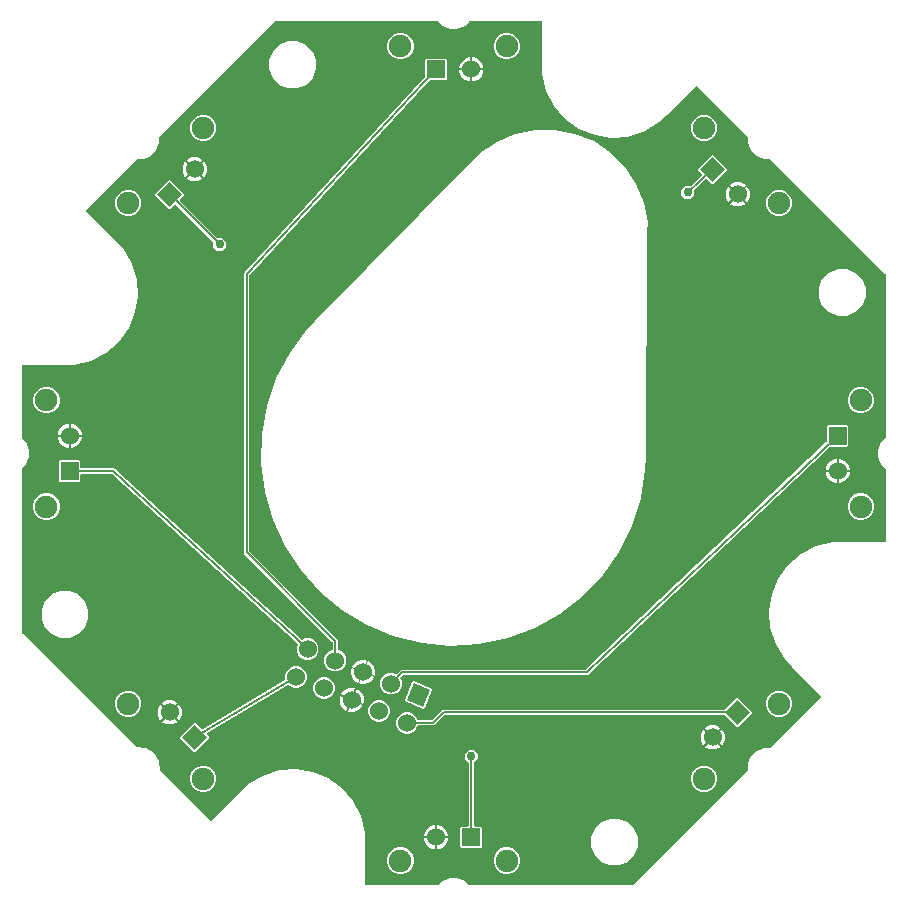
<source format=gbr>
G04 EAGLE Gerber RS-274X export*
G75*
%MOMM*%
%FSLAX34Y34*%
%LPD*%
%INTop Copper*%
%IPPOS*%
%AMOC8*
5,1,8,0,0,1.08239X$1,22.5*%
G01*
G04 Define Apertures*
%ADD10R,1.530000X1.530000*%
%ADD11C,1.530000*%
%ADD12R,1.530000X1.530000*%
%ADD13C,1.905000*%
%ADD14C,0.152400*%
%ADD15C,0.756400*%
G36*
X-13207Y-365700D02*
X-13504Y-365760D01*
X-74336Y-365760D01*
X-74610Y-365709D01*
X-74866Y-365545D01*
X-75037Y-365295D01*
X-75098Y-364998D01*
X-75098Y-321257D01*
X-78466Y-307226D01*
X-85017Y-294368D01*
X-94389Y-283396D01*
X-106063Y-274914D01*
X-119395Y-269392D01*
X-133648Y-267134D01*
X-148033Y-268266D01*
X-161757Y-272726D01*
X-174061Y-280265D01*
X-179163Y-285367D01*
X-180699Y-286903D01*
X-204991Y-311195D01*
X-205221Y-311353D01*
X-205517Y-311418D01*
X-205815Y-311362D01*
X-206068Y-311195D01*
X-248795Y-268468D01*
X-248937Y-268270D01*
X-249017Y-267978D01*
X-248984Y-267741D01*
X-249831Y-260222D01*
X-253841Y-253841D01*
X-260222Y-249831D01*
X-267732Y-248985D01*
X-267917Y-249018D01*
X-268215Y-248963D01*
X-268468Y-248795D01*
X-365537Y-151726D01*
X-365700Y-151484D01*
X-365760Y-151187D01*
X-365760Y-13504D01*
X-365704Y-13218D01*
X-365537Y-12966D01*
X-361924Y-9352D01*
X-359410Y-3284D01*
X-359410Y3284D01*
X-361924Y9352D01*
X-365537Y12966D01*
X-365700Y13207D01*
X-365760Y13504D01*
X-365760Y74336D01*
X-365709Y74610D01*
X-365545Y74866D01*
X-365295Y75037D01*
X-364998Y75098D01*
X-321257Y75098D01*
X-307226Y78466D01*
X-294368Y85017D01*
X-283396Y94389D01*
X-274914Y106063D01*
X-269392Y119395D01*
X-267134Y133648D01*
X-268266Y148033D01*
X-272726Y161757D01*
X-280265Y174061D01*
X-285367Y179163D01*
X-286502Y180297D01*
X-311195Y204991D01*
X-311353Y205221D01*
X-311418Y205517D01*
X-311362Y205815D01*
X-311195Y206068D01*
X-268180Y249082D01*
X-267939Y249245D01*
X-267642Y249306D01*
X-262532Y249306D01*
X-256463Y251819D01*
X-251819Y256463D01*
X-249306Y262532D01*
X-249306Y267642D01*
X-249250Y267927D01*
X-249082Y268180D01*
X-151726Y365537D01*
X-151484Y365700D01*
X-151187Y365760D01*
X-13504Y365760D01*
X-13218Y365704D01*
X-12966Y365537D01*
X-9352Y361924D01*
X-3284Y359410D01*
X3284Y359410D01*
X9352Y361924D01*
X12966Y365537D01*
X13207Y365700D01*
X13504Y365760D01*
X74336Y365760D01*
X74610Y365709D01*
X74866Y365545D01*
X75037Y365295D01*
X75098Y364998D01*
X75098Y321257D01*
X78466Y307226D01*
X85017Y294368D01*
X94389Y283396D01*
X106063Y274914D01*
X119395Y269392D01*
X133648Y267134D01*
X148033Y268266D01*
X161757Y272726D01*
X174061Y280265D01*
X179163Y285367D01*
X180575Y286780D01*
X204991Y311195D01*
X205221Y311353D01*
X205517Y311418D01*
X205815Y311362D01*
X206068Y311195D01*
X249082Y268180D01*
X249245Y267939D01*
X249306Y267642D01*
X249306Y262532D01*
X251819Y256463D01*
X256463Y251819D01*
X262532Y249306D01*
X267642Y249306D01*
X267927Y249250D01*
X268180Y249082D01*
X365537Y151726D01*
X365700Y151484D01*
X365760Y151187D01*
X365760Y13504D01*
X365704Y13218D01*
X365537Y12966D01*
X361924Y9352D01*
X359410Y3284D01*
X359410Y-3284D01*
X361924Y-9352D01*
X365537Y-12966D01*
X365700Y-13207D01*
X365760Y-13504D01*
X365760Y-74336D01*
X365709Y-74610D01*
X365545Y-74866D01*
X365295Y-75037D01*
X364998Y-75098D01*
X321257Y-75098D01*
X307226Y-78466D01*
X294368Y-85017D01*
X283396Y-94389D01*
X274914Y-106063D01*
X269392Y-119395D01*
X267134Y-133648D01*
X268266Y-148033D01*
X272726Y-161757D01*
X280265Y-174061D01*
X285367Y-179163D01*
X286903Y-180699D01*
X311195Y-204991D01*
X311353Y-205221D01*
X311418Y-205517D01*
X311362Y-205815D01*
X311195Y-206068D01*
X268180Y-249082D01*
X267939Y-249245D01*
X267642Y-249306D01*
X262532Y-249306D01*
X256463Y-251819D01*
X251819Y-256463D01*
X249306Y-262532D01*
X249306Y-267642D01*
X249250Y-267927D01*
X249082Y-268180D01*
X151726Y-365537D01*
X151484Y-365700D01*
X151187Y-365760D01*
X13504Y-365760D01*
X13218Y-365704D01*
X12966Y-365537D01*
X9352Y-361924D01*
X3284Y-359410D01*
X-3284Y-359410D01*
X-9352Y-361924D01*
X-12966Y-365537D01*
X-13207Y-365700D01*
G37*
%LPC*%
G36*
X-47198Y333671D02*
X-42802Y333671D01*
X-38741Y335353D01*
X-35633Y338461D01*
X-33951Y342522D01*
X-33951Y346918D01*
X-35633Y350979D01*
X-38741Y354087D01*
X-42802Y355769D01*
X-47198Y355769D01*
X-51259Y354087D01*
X-54367Y350979D01*
X-56049Y346918D01*
X-56049Y342522D01*
X-54367Y338461D01*
X-51259Y335353D01*
X-47198Y333671D01*
G37*
G36*
X42802Y333671D02*
X47198Y333671D01*
X51259Y335353D01*
X54367Y338461D01*
X56049Y342522D01*
X56049Y346918D01*
X54367Y350979D01*
X51259Y354087D01*
X47198Y355769D01*
X42802Y355769D01*
X38741Y354087D01*
X35633Y350979D01*
X33951Y346918D01*
X33951Y342522D01*
X35633Y338461D01*
X38741Y335353D01*
X42802Y333671D01*
G37*
G36*
X-140217Y309150D02*
X-132325Y309150D01*
X-125034Y312170D01*
X-119453Y317750D01*
X-116433Y325041D01*
X-116433Y332933D01*
X-119453Y340224D01*
X-125034Y345804D01*
X-132325Y348824D01*
X-140217Y348824D01*
X-147508Y345804D01*
X-153088Y340224D01*
X-156108Y332933D01*
X-156108Y325041D01*
X-153088Y317750D01*
X-147508Y312170D01*
X-140217Y309150D01*
G37*
G36*
X4810Y325882D02*
X14238Y325882D01*
X14238Y335310D01*
X12973Y335310D01*
X9228Y333759D01*
X6361Y330892D01*
X4810Y327147D01*
X4810Y325882D01*
G37*
G36*
X15762Y325882D02*
X25190Y325882D01*
X25190Y327147D01*
X23639Y330892D01*
X20772Y333759D01*
X17027Y335310D01*
X15762Y335310D01*
X15762Y325882D01*
G37*
G36*
X-101965Y-184571D02*
X-98316Y-184571D01*
X-94944Y-183174D01*
X-92363Y-180593D01*
X-90966Y-177221D01*
X-90966Y-173572D01*
X-92363Y-170200D01*
X-94944Y-167619D01*
X-97384Y-166608D01*
X-97623Y-166452D01*
X-97794Y-166202D01*
X-97854Y-165904D01*
X-97854Y-157993D01*
X-172751Y-83096D01*
X-172914Y-82855D01*
X-172974Y-82557D01*
X-172974Y150551D01*
X-172929Y150809D01*
X-172772Y151069D01*
X-20593Y315701D01*
X-20331Y315886D01*
X-20034Y315946D01*
X-6719Y315946D01*
X-5826Y316839D01*
X-5826Y333401D01*
X-6719Y334294D01*
X-23281Y334294D01*
X-24174Y333401D01*
X-24174Y318861D01*
X-24219Y318603D01*
X-24376Y318344D01*
X-176898Y153340D01*
X-176919Y153318D01*
X-177584Y152654D01*
X-177547Y151714D01*
X-177546Y151684D01*
X-177546Y-84767D01*
X-102650Y-159663D01*
X-102487Y-159905D01*
X-102426Y-160202D01*
X-102426Y-165904D01*
X-102480Y-166185D01*
X-102645Y-166439D01*
X-102897Y-166608D01*
X-105337Y-167619D01*
X-107918Y-170200D01*
X-109314Y-173572D01*
X-109314Y-177221D01*
X-107918Y-180593D01*
X-105337Y-183174D01*
X-101965Y-184571D01*
G37*
G36*
X15762Y314930D02*
X17027Y314930D01*
X20772Y316481D01*
X23639Y319348D01*
X25190Y323093D01*
X25190Y324358D01*
X15762Y324358D01*
X15762Y314930D01*
G37*
G36*
X12973Y314930D02*
X14238Y314930D01*
X14238Y324358D01*
X4810Y324358D01*
X4810Y323093D01*
X6361Y319348D01*
X9228Y316481D01*
X12973Y314930D01*
G37*
G36*
X-214127Y264520D02*
X-209732Y264520D01*
X-205671Y266202D01*
X-202563Y269310D01*
X-200880Y273371D01*
X-200880Y277767D01*
X-202563Y281828D01*
X-205671Y284936D01*
X-209732Y286618D01*
X-214127Y286618D01*
X-218188Y284936D01*
X-221296Y281828D01*
X-222978Y277767D01*
X-222978Y273371D01*
X-221296Y269310D01*
X-218188Y266202D01*
X-214127Y264520D01*
G37*
G36*
X209732Y264520D02*
X214127Y264520D01*
X218188Y266202D01*
X221296Y269310D01*
X222978Y273371D01*
X222978Y277767D01*
X221296Y281828D01*
X218188Y284936D01*
X214127Y286618D01*
X209732Y286618D01*
X205671Y284936D01*
X202563Y281828D01*
X200880Y277767D01*
X200880Y273371D01*
X202563Y269310D01*
X205671Y266202D01*
X209732Y264520D01*
G37*
G36*
X-27114Y-160750D02*
X-2722Y-162998D01*
X21731Y-161566D01*
X45693Y-156486D01*
X68624Y-147873D01*
X90006Y-135922D01*
X109356Y-120901D01*
X126236Y-103152D01*
X140266Y-83073D01*
X151130Y-61118D01*
X158581Y-37784D01*
X162453Y-13597D01*
X162536Y-3522D01*
X164100Y184843D01*
X164100Y184843D01*
X164118Y187015D01*
X164189Y195581D01*
X160963Y212407D01*
X154495Y228271D01*
X145036Y242555D01*
X132955Y254703D01*
X118724Y264240D01*
X102896Y270797D01*
X86088Y274116D01*
X68956Y274068D01*
X52167Y270656D01*
X36376Y264013D01*
X22197Y254396D01*
X16191Y248289D01*
X14667Y246740D01*
X14667Y246740D01*
X-117421Y112440D01*
X-124486Y105257D01*
X-138851Y85417D01*
X-150082Y63648D01*
X-157925Y40442D01*
X-162201Y16323D01*
X-162816Y-8164D01*
X-159755Y-32467D01*
X-153087Y-56037D01*
X-142963Y-78342D01*
X-129610Y-98878D01*
X-113332Y-117182D01*
X-94495Y-132840D01*
X-73524Y-145499D01*
X-50894Y-154873D01*
X-27114Y-160750D01*
G37*
G36*
X195922Y215674D02*
X200318Y215674D01*
X203426Y218782D01*
X203426Y222430D01*
X203494Y222744D01*
X203671Y222990D01*
X213614Y232158D01*
X213822Y232295D01*
X214118Y232360D01*
X214416Y232304D01*
X214669Y232137D01*
X218652Y228154D01*
X219915Y228154D01*
X231626Y239865D01*
X231626Y241128D01*
X219915Y252839D01*
X218652Y252839D01*
X206941Y241128D01*
X206941Y239865D01*
X210355Y236451D01*
X210525Y236192D01*
X210578Y235894D01*
X210510Y235598D01*
X210333Y235352D01*
X200721Y226488D01*
X200501Y226346D01*
X200204Y226286D01*
X195922Y226286D01*
X192814Y223178D01*
X192814Y218782D01*
X195922Y215674D01*
G37*
G36*
X-225950Y248241D02*
X-219283Y241574D01*
X-212617Y248241D01*
X-213511Y249135D01*
X-217256Y250687D01*
X-221310Y250687D01*
X-225056Y249135D01*
X-225950Y248241D01*
G37*
G36*
X-227922Y234724D02*
X-227028Y233830D01*
X-220361Y240497D01*
X-227028Y247163D01*
X-227922Y246269D01*
X-229473Y242524D01*
X-229473Y238470D01*
X-227922Y234724D01*
G37*
G36*
X-218206Y240497D02*
X-211539Y233830D01*
X-210645Y234724D01*
X-209093Y238470D01*
X-209093Y242524D01*
X-210645Y246269D01*
X-211539Y247163D01*
X-218206Y240497D01*
G37*
G36*
X-221310Y230307D02*
X-217256Y230307D01*
X-213511Y231858D01*
X-212617Y232752D01*
X-219283Y239419D01*
X-225950Y232752D01*
X-225056Y231858D01*
X-221310Y230307D01*
G37*
G36*
X-200318Y171601D02*
X-195922Y171601D01*
X-192814Y174709D01*
X-192814Y179105D01*
X-195922Y182213D01*
X-199877Y182213D01*
X-200163Y182268D01*
X-200416Y182436D01*
X-231854Y213874D01*
X-232012Y214104D01*
X-232077Y214401D01*
X-232022Y214699D01*
X-231854Y214952D01*
X-228154Y218652D01*
X-228154Y219915D01*
X-239865Y231626D01*
X-241128Y231626D01*
X-252839Y219915D01*
X-252839Y218652D01*
X-241128Y206941D01*
X-239865Y206941D01*
X-236165Y210641D01*
X-235934Y210799D01*
X-235638Y210864D01*
X-235340Y210809D01*
X-235087Y210641D01*
X-203649Y179203D01*
X-203486Y178961D01*
X-203426Y178664D01*
X-203426Y174709D01*
X-200318Y171601D01*
G37*
G36*
X233830Y227028D02*
X240497Y220361D01*
X247163Y227028D01*
X246269Y227922D01*
X242524Y229473D01*
X238470Y229473D01*
X234724Y227922D01*
X233830Y227028D01*
G37*
G36*
X231858Y213511D02*
X232752Y212617D01*
X239419Y219283D01*
X232752Y225950D01*
X231858Y225056D01*
X230307Y221310D01*
X230307Y217256D01*
X231858Y213511D01*
G37*
G36*
X241574Y219283D02*
X248241Y212617D01*
X249135Y213511D01*
X250687Y217256D01*
X250687Y221310D01*
X249135Y225056D01*
X248241Y225950D01*
X241574Y219283D01*
G37*
G36*
X-277767Y200880D02*
X-273371Y200880D01*
X-269310Y202563D01*
X-266202Y205671D01*
X-264520Y209732D01*
X-264520Y214127D01*
X-266202Y218188D01*
X-269310Y221296D01*
X-273371Y222978D01*
X-277767Y222978D01*
X-281828Y221296D01*
X-284936Y218188D01*
X-286618Y214127D01*
X-286618Y209732D01*
X-284936Y205671D01*
X-281828Y202563D01*
X-277767Y200880D01*
G37*
G36*
X273371Y200880D02*
X277767Y200880D01*
X281828Y202563D01*
X284936Y205671D01*
X286618Y209732D01*
X286618Y214127D01*
X284936Y218188D01*
X281828Y221296D01*
X277767Y222978D01*
X273371Y222978D01*
X269310Y221296D01*
X266202Y218188D01*
X264520Y214127D01*
X264520Y209732D01*
X266202Y205671D01*
X269310Y202563D01*
X273371Y200880D01*
G37*
G36*
X238470Y209093D02*
X242524Y209093D01*
X246269Y210645D01*
X247163Y211539D01*
X240497Y218206D01*
X233830Y211539D01*
X234724Y210645D01*
X238470Y209093D01*
G37*
G36*
X325041Y116433D02*
X332933Y116433D01*
X340224Y119453D01*
X345804Y125034D01*
X348824Y132325D01*
X348824Y140217D01*
X345804Y147508D01*
X340224Y153088D01*
X332933Y156108D01*
X325041Y156108D01*
X317750Y153088D01*
X312170Y147508D01*
X309150Y140217D01*
X309150Y132325D01*
X312170Y125034D01*
X317750Y119453D01*
X325041Y116433D01*
G37*
G36*
X342522Y33951D02*
X346918Y33951D01*
X350979Y35633D01*
X354087Y38741D01*
X355769Y42802D01*
X355769Y47198D01*
X354087Y51259D01*
X350979Y54367D01*
X346918Y56049D01*
X342522Y56049D01*
X338461Y54367D01*
X335353Y51259D01*
X333671Y47198D01*
X333671Y42802D01*
X335353Y38741D01*
X338461Y35633D01*
X342522Y33951D01*
G37*
G36*
X-346918Y33951D02*
X-342522Y33951D01*
X-338461Y35633D01*
X-335353Y38741D01*
X-333671Y42802D01*
X-333671Y47198D01*
X-335353Y51259D01*
X-338461Y54367D01*
X-342522Y56049D01*
X-346918Y56049D01*
X-350979Y54367D01*
X-354087Y51259D01*
X-355769Y47198D01*
X-355769Y42802D01*
X-354087Y38741D01*
X-350979Y35633D01*
X-346918Y33951D01*
G37*
G36*
X-335310Y15762D02*
X-325882Y15762D01*
X-325882Y25190D01*
X-327147Y25190D01*
X-330892Y23639D01*
X-333759Y20772D01*
X-335310Y17027D01*
X-335310Y15762D01*
G37*
G36*
X-324358Y15762D02*
X-314930Y15762D01*
X-314930Y17027D01*
X-316481Y20772D01*
X-319348Y23639D01*
X-323093Y25190D01*
X-324358Y25190D01*
X-324358Y15762D01*
G37*
G36*
X-55032Y-204011D02*
X-51383Y-204011D01*
X-48011Y-202614D01*
X-45430Y-200034D01*
X-44033Y-196662D01*
X-44033Y-193012D01*
X-45044Y-190572D01*
X-45102Y-190292D01*
X-45046Y-189994D01*
X-44879Y-189741D01*
X-43067Y-187929D01*
X-42825Y-187766D01*
X-42528Y-187706D01*
X112712Y-187706D01*
X112734Y-187706D01*
X113676Y-187734D01*
X114342Y-187068D01*
X114358Y-187052D01*
X318510Y5618D01*
X318736Y5766D01*
X319033Y5826D01*
X333401Y5826D01*
X334294Y6719D01*
X334294Y23281D01*
X333401Y24174D01*
X316839Y24174D01*
X315946Y23281D01*
X315946Y9814D01*
X315882Y9508D01*
X315707Y9260D01*
X112069Y-182926D01*
X111843Y-183074D01*
X111546Y-183134D01*
X-44737Y-183134D01*
X-48112Y-186508D01*
X-48348Y-186669D01*
X-48645Y-186732D01*
X-48942Y-186674D01*
X-51383Y-185663D01*
X-55032Y-185663D01*
X-58404Y-187060D01*
X-60985Y-189640D01*
X-62381Y-193012D01*
X-62381Y-196662D01*
X-60985Y-200034D01*
X-58404Y-202614D01*
X-55032Y-204011D01*
G37*
G36*
X-324358Y4810D02*
X-323093Y4810D01*
X-319348Y6361D01*
X-316481Y9228D01*
X-314930Y12973D01*
X-314930Y14238D01*
X-324358Y14238D01*
X-324358Y4810D01*
G37*
G36*
X-327147Y4810D02*
X-325882Y4810D01*
X-325882Y14238D01*
X-335310Y14238D01*
X-335310Y12973D01*
X-333759Y9228D01*
X-330892Y6361D01*
X-327147Y4810D01*
G37*
G36*
X325882Y-14238D02*
X335310Y-14238D01*
X335310Y-12973D01*
X333759Y-9228D01*
X330892Y-6361D01*
X327147Y-4810D01*
X325882Y-4810D01*
X325882Y-14238D01*
G37*
G36*
X314930Y-14238D02*
X324358Y-14238D01*
X324358Y-4810D01*
X323093Y-4810D01*
X319348Y-6361D01*
X316481Y-9228D01*
X314930Y-12973D01*
X314930Y-14238D01*
G37*
G36*
X-125432Y-174850D02*
X-121782Y-174850D01*
X-118410Y-173454D01*
X-115830Y-170873D01*
X-114433Y-167501D01*
X-114433Y-163852D01*
X-115830Y-160480D01*
X-118410Y-157899D01*
X-121782Y-156502D01*
X-125432Y-156502D01*
X-128296Y-157689D01*
X-128541Y-157745D01*
X-128842Y-157703D01*
X-129102Y-157547D01*
X-286596Y-13359D01*
X-286620Y-13336D01*
X-287284Y-12672D01*
X-288223Y-12713D01*
X-288256Y-12714D01*
X-315184Y-12714D01*
X-315459Y-12663D01*
X-315714Y-12499D01*
X-315886Y-12249D01*
X-315946Y-11952D01*
X-315946Y-6719D01*
X-316839Y-5826D01*
X-333401Y-5826D01*
X-334294Y-6719D01*
X-334294Y-23281D01*
X-333401Y-24174D01*
X-316839Y-24174D01*
X-315946Y-23281D01*
X-315946Y-18048D01*
X-315895Y-17773D01*
X-315731Y-17518D01*
X-315481Y-17346D01*
X-315184Y-17286D01*
X-289373Y-17286D01*
X-289119Y-17330D01*
X-288859Y-17486D01*
X-132131Y-160972D01*
X-131947Y-161231D01*
X-131884Y-161528D01*
X-131942Y-161825D01*
X-132781Y-163852D01*
X-132781Y-167501D01*
X-131384Y-170873D01*
X-128804Y-173454D01*
X-125432Y-174850D01*
G37*
G36*
X325882Y-25190D02*
X327147Y-25190D01*
X330892Y-23639D01*
X333759Y-20772D01*
X335310Y-17027D01*
X335310Y-15762D01*
X325882Y-15762D01*
X325882Y-25190D01*
G37*
G36*
X323093Y-25190D02*
X324358Y-25190D01*
X324358Y-15762D01*
X314930Y-15762D01*
X314930Y-17027D01*
X316481Y-20772D01*
X319348Y-23639D01*
X323093Y-25190D01*
G37*
G36*
X342522Y-56049D02*
X346918Y-56049D01*
X350979Y-54367D01*
X354087Y-51259D01*
X355769Y-47198D01*
X355769Y-42802D01*
X354087Y-38741D01*
X350979Y-35633D01*
X346918Y-33951D01*
X342522Y-33951D01*
X338461Y-35633D01*
X335353Y-38741D01*
X333671Y-42802D01*
X333671Y-47198D01*
X335353Y-51259D01*
X338461Y-54367D01*
X342522Y-56049D01*
G37*
G36*
X-346918Y-56049D02*
X-342522Y-56049D01*
X-338461Y-54367D01*
X-335353Y-51259D01*
X-333671Y-47198D01*
X-333671Y-42802D01*
X-335353Y-38741D01*
X-338461Y-35633D01*
X-342522Y-33951D01*
X-346918Y-33951D01*
X-350979Y-35633D01*
X-354087Y-38741D01*
X-355769Y-42802D01*
X-355769Y-47198D01*
X-354087Y-51259D01*
X-350979Y-54367D01*
X-346918Y-56049D01*
G37*
G36*
X-332933Y-156108D02*
X-325041Y-156108D01*
X-317750Y-153088D01*
X-312170Y-147508D01*
X-309150Y-140217D01*
X-309150Y-132325D01*
X-312170Y-125034D01*
X-317750Y-119453D01*
X-325041Y-116433D01*
X-332933Y-116433D01*
X-340224Y-119453D01*
X-345804Y-125034D01*
X-348824Y-132325D01*
X-348824Y-140217D01*
X-345804Y-147508D01*
X-340224Y-153088D01*
X-332933Y-156108D01*
G37*
G36*
X-85797Y-180513D02*
X-77086Y-184121D01*
X-73478Y-175411D01*
X-74647Y-174927D01*
X-78701Y-174927D01*
X-82446Y-176478D01*
X-85313Y-179345D01*
X-85797Y-180513D01*
G37*
G36*
X-75678Y-184704D02*
X-66968Y-188312D01*
X-66484Y-187144D01*
X-66484Y-183090D01*
X-68035Y-179345D01*
X-70902Y-176478D01*
X-72070Y-175994D01*
X-75678Y-184704D01*
G37*
G36*
X-219915Y-252839D02*
X-218652Y-252839D01*
X-206941Y-241128D01*
X-206941Y-239865D01*
X-208803Y-238003D01*
X-208906Y-237875D01*
X-209015Y-237593D01*
X-209006Y-237290D01*
X-208879Y-237014D01*
X-208655Y-236810D01*
X-140292Y-195967D01*
X-139913Y-195859D01*
X-139615Y-195915D01*
X-139362Y-196082D01*
X-138524Y-196920D01*
X-135152Y-198317D01*
X-131502Y-198317D01*
X-128131Y-196920D01*
X-125550Y-194340D01*
X-124153Y-190968D01*
X-124153Y-187318D01*
X-125550Y-183946D01*
X-128131Y-181366D01*
X-131502Y-179969D01*
X-135152Y-179969D01*
X-138524Y-181366D01*
X-141105Y-183946D01*
X-142501Y-187318D01*
X-142501Y-190968D01*
X-142423Y-191156D01*
X-142376Y-191319D01*
X-142386Y-191622D01*
X-142512Y-191897D01*
X-142736Y-192102D01*
X-212319Y-233673D01*
X-212698Y-233781D01*
X-212996Y-233725D01*
X-213248Y-233557D01*
X-218652Y-228154D01*
X-219915Y-228154D01*
X-231626Y-239865D01*
X-231626Y-241128D01*
X-219915Y-252839D01*
G37*
G36*
X-82446Y-193755D02*
X-81277Y-194239D01*
X-77670Y-185529D01*
X-86380Y-181921D01*
X-86864Y-183090D01*
X-86864Y-187144D01*
X-85313Y-190889D01*
X-82446Y-193755D01*
G37*
G36*
X-78701Y-195307D02*
X-74647Y-195307D01*
X-70902Y-193755D01*
X-68035Y-190889D01*
X-67551Y-189720D01*
X-76262Y-186112D01*
X-79869Y-194823D01*
X-78701Y-195307D01*
G37*
G36*
X-111685Y-208037D02*
X-108036Y-208037D01*
X-104664Y-206640D01*
X-102083Y-204060D01*
X-100687Y-200688D01*
X-100687Y-197038D01*
X-102083Y-193666D01*
X-104664Y-191086D01*
X-108036Y-189689D01*
X-111685Y-189689D01*
X-115057Y-191086D01*
X-117638Y-193666D01*
X-119035Y-197038D01*
X-119035Y-200688D01*
X-117638Y-204060D01*
X-115057Y-206640D01*
X-111685Y-208037D01*
G37*
G36*
X-40902Y-209864D02*
X-25601Y-216202D01*
X-24434Y-215719D01*
X-18096Y-200417D01*
X-18579Y-199251D01*
X-33881Y-192912D01*
X-35047Y-193395D01*
X-41386Y-208697D01*
X-40902Y-209864D01*
G37*
G36*
X-95517Y-203980D02*
X-86806Y-207588D01*
X-83199Y-198877D01*
X-84367Y-198393D01*
X-88421Y-198393D01*
X-92166Y-199945D01*
X-95033Y-202811D01*
X-95517Y-203980D01*
G37*
G36*
X-85398Y-208171D02*
X-76688Y-211779D01*
X-76204Y-210610D01*
X-76204Y-206556D01*
X-77755Y-202811D01*
X-80622Y-199945D01*
X-81791Y-199461D01*
X-85398Y-208171D01*
G37*
G36*
X-277767Y-222978D02*
X-273371Y-222978D01*
X-269310Y-221296D01*
X-266202Y-218188D01*
X-264520Y-214127D01*
X-264520Y-209732D01*
X-266202Y-205671D01*
X-269310Y-202563D01*
X-273371Y-200880D01*
X-277767Y-200880D01*
X-281828Y-202563D01*
X-284936Y-205671D01*
X-286618Y-209732D01*
X-286618Y-214127D01*
X-284936Y-218188D01*
X-281828Y-221296D01*
X-277767Y-222978D01*
G37*
G36*
X273371Y-222978D02*
X277767Y-222978D01*
X281828Y-221296D01*
X284936Y-218188D01*
X286618Y-214127D01*
X286618Y-209732D01*
X284936Y-205671D01*
X281828Y-202563D01*
X277767Y-200880D01*
X273371Y-200880D01*
X269310Y-202563D01*
X266202Y-205671D01*
X264520Y-209732D01*
X264520Y-214127D01*
X266202Y-218188D01*
X269310Y-221296D01*
X273371Y-222978D01*
G37*
G36*
X-92166Y-217222D02*
X-90998Y-217706D01*
X-87390Y-208996D01*
X-96100Y-205388D01*
X-96584Y-206556D01*
X-96584Y-210610D01*
X-95033Y-214355D01*
X-92166Y-217222D01*
G37*
G36*
X-41286Y-237198D02*
X-37636Y-237198D01*
X-34264Y-235801D01*
X-31684Y-233220D01*
X-30673Y-230780D01*
X-30516Y-230541D01*
X-30266Y-230370D01*
X-29969Y-230310D01*
X-16257Y-230310D01*
X-7740Y-221793D01*
X-7498Y-221630D01*
X-7201Y-221569D01*
X229493Y-221569D01*
X229779Y-221625D01*
X230032Y-221793D01*
X239865Y-231626D01*
X241128Y-231626D01*
X252839Y-219915D01*
X252839Y-218652D01*
X241128Y-206941D01*
X239865Y-206941D01*
X230032Y-216774D01*
X229790Y-216937D01*
X229493Y-216997D01*
X-9410Y-216997D01*
X-17927Y-225514D01*
X-18169Y-225677D01*
X-18466Y-225738D01*
X-29969Y-225738D01*
X-30249Y-225684D01*
X-30503Y-225519D01*
X-30673Y-225267D01*
X-31684Y-222827D01*
X-34264Y-220246D01*
X-37636Y-218850D01*
X-41286Y-218850D01*
X-44658Y-220246D01*
X-47238Y-222827D01*
X-48635Y-226199D01*
X-48635Y-229848D01*
X-47238Y-233220D01*
X-44658Y-235801D01*
X-41286Y-237198D01*
G37*
G36*
X-247163Y-211539D02*
X-240497Y-218206D01*
X-233830Y-211539D01*
X-234724Y-210645D01*
X-238470Y-209093D01*
X-242524Y-209093D01*
X-246269Y-210645D01*
X-247163Y-211539D01*
G37*
G36*
X-64752Y-227477D02*
X-61103Y-227477D01*
X-57731Y-226081D01*
X-55150Y-223500D01*
X-53754Y-220128D01*
X-53754Y-216479D01*
X-55150Y-213107D01*
X-57731Y-210526D01*
X-61103Y-209129D01*
X-64752Y-209129D01*
X-68124Y-210526D01*
X-70705Y-213107D01*
X-72102Y-216479D01*
X-72102Y-220128D01*
X-70705Y-223500D01*
X-68124Y-226081D01*
X-64752Y-227477D01*
G37*
G36*
X-88421Y-218773D02*
X-84367Y-218773D01*
X-80622Y-217222D01*
X-77755Y-214355D01*
X-77271Y-213187D01*
X-85982Y-209579D01*
X-89590Y-218289D01*
X-88421Y-218773D01*
G37*
G36*
X-249135Y-225056D02*
X-248241Y-225950D01*
X-241574Y-219283D01*
X-248241Y-212617D01*
X-249135Y-213511D01*
X-250687Y-217256D01*
X-250687Y-221310D01*
X-249135Y-225056D01*
G37*
G36*
X-239419Y-219283D02*
X-232752Y-225950D01*
X-231858Y-225056D01*
X-230307Y-221310D01*
X-230307Y-217256D01*
X-231858Y-213511D01*
X-232752Y-212617D01*
X-239419Y-219283D01*
G37*
G36*
X-242524Y-229473D02*
X-238470Y-229473D01*
X-234724Y-227922D01*
X-233830Y-227028D01*
X-240497Y-220361D01*
X-247163Y-227028D01*
X-246269Y-227922D01*
X-242524Y-229473D01*
G37*
G36*
X212617Y-232752D02*
X219283Y-239419D01*
X225950Y-232752D01*
X225056Y-231858D01*
X221310Y-230307D01*
X217256Y-230307D01*
X213511Y-231858D01*
X212617Y-232752D01*
G37*
G36*
X210645Y-246269D02*
X211539Y-247163D01*
X218206Y-240497D01*
X211539Y-233830D01*
X210645Y-234724D01*
X209093Y-238470D01*
X209093Y-242524D01*
X210645Y-246269D01*
G37*
G36*
X220361Y-240497D02*
X227028Y-247163D01*
X227922Y-246269D01*
X229473Y-242524D01*
X229473Y-238470D01*
X227922Y-234724D01*
X227028Y-233830D01*
X220361Y-240497D01*
G37*
G36*
X217256Y-250687D02*
X221310Y-250687D01*
X225056Y-249135D01*
X225950Y-248241D01*
X219283Y-241574D01*
X212617Y-248241D01*
X213511Y-249135D01*
X217256Y-250687D01*
G37*
G36*
X6719Y-334294D02*
X23281Y-334294D01*
X24174Y-333401D01*
X24174Y-316839D01*
X23281Y-315946D01*
X18048Y-315946D01*
X17773Y-315895D01*
X17518Y-315731D01*
X17346Y-315481D01*
X17286Y-315184D01*
X17286Y-262073D01*
X17342Y-261787D01*
X17509Y-261535D01*
X20306Y-258738D01*
X20306Y-254342D01*
X17198Y-251234D01*
X12802Y-251234D01*
X9694Y-254342D01*
X9694Y-258738D01*
X12491Y-261535D01*
X12654Y-261776D01*
X12714Y-262073D01*
X12714Y-315184D01*
X12663Y-315459D01*
X12499Y-315714D01*
X12249Y-315886D01*
X11952Y-315946D01*
X6719Y-315946D01*
X5826Y-316839D01*
X5826Y-333401D01*
X6719Y-334294D01*
G37*
G36*
X209732Y-286618D02*
X214127Y-286618D01*
X218188Y-284936D01*
X221296Y-281828D01*
X222978Y-277767D01*
X222978Y-273371D01*
X221296Y-269310D01*
X218188Y-266202D01*
X214127Y-264520D01*
X209732Y-264520D01*
X205671Y-266202D01*
X202563Y-269310D01*
X200880Y-273371D01*
X200880Y-277767D01*
X202563Y-281828D01*
X205671Y-284936D01*
X209732Y-286618D01*
G37*
G36*
X-214127Y-286618D02*
X-209732Y-286618D01*
X-205671Y-284936D01*
X-202563Y-281828D01*
X-200880Y-277767D01*
X-200880Y-273371D01*
X-202563Y-269310D01*
X-205671Y-266202D01*
X-209732Y-264520D01*
X-214127Y-264520D01*
X-218188Y-266202D01*
X-221296Y-269310D01*
X-222978Y-273371D01*
X-222978Y-277767D01*
X-221296Y-281828D01*
X-218188Y-284936D01*
X-214127Y-286618D01*
G37*
G36*
X132325Y-348824D02*
X140217Y-348824D01*
X147508Y-345804D01*
X153088Y-340224D01*
X156108Y-332933D01*
X156108Y-325041D01*
X153088Y-317750D01*
X147508Y-312170D01*
X140217Y-309150D01*
X132325Y-309150D01*
X125034Y-312170D01*
X119453Y-317750D01*
X116433Y-325041D01*
X116433Y-332933D01*
X119453Y-340224D01*
X125034Y-345804D01*
X132325Y-348824D01*
G37*
G36*
X-25190Y-324358D02*
X-15762Y-324358D01*
X-15762Y-314930D01*
X-17027Y-314930D01*
X-20772Y-316481D01*
X-23639Y-319348D01*
X-25190Y-323093D01*
X-25190Y-324358D01*
G37*
G36*
X-14238Y-324358D02*
X-4810Y-324358D01*
X-4810Y-323093D01*
X-6361Y-319348D01*
X-9228Y-316481D01*
X-12973Y-314930D01*
X-14238Y-314930D01*
X-14238Y-324358D01*
G37*
G36*
X-14238Y-335310D02*
X-12973Y-335310D01*
X-9228Y-333759D01*
X-6361Y-330892D01*
X-4810Y-327147D01*
X-4810Y-325882D01*
X-14238Y-325882D01*
X-14238Y-335310D01*
G37*
G36*
X-17027Y-335310D02*
X-15762Y-335310D01*
X-15762Y-325882D01*
X-25190Y-325882D01*
X-25190Y-327147D01*
X-23639Y-330892D01*
X-20772Y-333759D01*
X-17027Y-335310D01*
G37*
G36*
X-47198Y-355769D02*
X-42802Y-355769D01*
X-38741Y-354087D01*
X-35633Y-350979D01*
X-33951Y-346918D01*
X-33951Y-342522D01*
X-35633Y-338461D01*
X-38741Y-335353D01*
X-42802Y-333671D01*
X-47198Y-333671D01*
X-51259Y-335353D01*
X-54367Y-338461D01*
X-56049Y-342522D01*
X-56049Y-346918D01*
X-54367Y-350979D01*
X-51259Y-354087D01*
X-47198Y-355769D01*
G37*
G36*
X42802Y-355769D02*
X47198Y-355769D01*
X51259Y-354087D01*
X54367Y-350979D01*
X56049Y-346918D01*
X56049Y-342522D01*
X54367Y-338461D01*
X51259Y-335353D01*
X47198Y-333671D01*
X42802Y-333671D01*
X38741Y-335353D01*
X35633Y-338461D01*
X33951Y-342522D01*
X33951Y-346918D01*
X35633Y-350979D01*
X38741Y-354087D01*
X42802Y-355769D01*
G37*
%LPD*%
D10*
G36*
X-33881Y-194562D02*
X-19746Y-200417D01*
X-25601Y-214552D01*
X-39736Y-208697D01*
X-33881Y-194562D01*
G37*
D11*
X-39461Y-228024D03*
X-53207Y-194837D03*
X-62928Y-218303D03*
X-76674Y-185117D03*
X-86394Y-208583D03*
X-100140Y-175397D03*
X-109861Y-198863D03*
X-123607Y-165676D03*
X-133327Y-189143D03*
D12*
X15000Y-325120D03*
D11*
X-15000Y-325120D03*
D13*
X45000Y-344720D03*
X-45000Y-344720D03*
D10*
G36*
X251315Y-219283D02*
X240497Y-230101D01*
X229679Y-219283D01*
X240497Y-208465D01*
X251315Y-219283D01*
G37*
D11*
X219283Y-240497D03*
D13*
X275569Y-211929D03*
X211929Y-275569D03*
D12*
X325120Y15000D03*
D11*
X325120Y-15000D03*
D13*
X344720Y45000D03*
X344720Y-45000D03*
D10*
G36*
X219283Y251315D02*
X230101Y240497D01*
X219283Y229679D01*
X208465Y240497D01*
X219283Y251315D01*
G37*
D11*
X240497Y219283D03*
D13*
X211929Y275569D03*
X275569Y211929D03*
D12*
X-15000Y325120D03*
D11*
X15000Y325120D03*
D13*
X-45000Y344720D03*
X45000Y344720D03*
D10*
G36*
X-251315Y219283D02*
X-240497Y230101D01*
X-229679Y219283D01*
X-240497Y208465D01*
X-251315Y219283D01*
G37*
D11*
X-219283Y240497D03*
D13*
X-275569Y211929D03*
X-211929Y275569D03*
D12*
X-325120Y-15000D03*
D11*
X-325120Y15000D03*
D13*
X-344720Y-45000D03*
X-344720Y45000D03*
D10*
G36*
X-219283Y-251315D02*
X-230101Y-240497D01*
X-219283Y-229679D01*
X-208465Y-240497D01*
X-219283Y-251315D01*
G37*
D11*
X-240497Y-219283D03*
D13*
X-211929Y-275569D03*
X-275569Y-211929D03*
D14*
X-123607Y-165676D02*
X-288189Y-15000D01*
X-325120Y-15000D01*
X-219283Y-240497D02*
X-133327Y-189143D01*
D15*
X-198120Y176907D03*
D14*
X-240497Y219283D01*
X-8463Y-219283D02*
X240497Y-219283D01*
X-8463Y-219283D02*
X-17204Y-228024D01*
X-39461Y-228024D01*
X-175260Y-83820D02*
X-175260Y151744D01*
X-15000Y325120D01*
X-100140Y-158940D02*
X-100140Y-175397D01*
X-100140Y-158940D02*
X-175260Y-83820D01*
D15*
X198120Y220980D03*
D14*
X219283Y240497D01*
D15*
X15000Y-256540D03*
D14*
X15000Y-325120D01*
X-43791Y-185420D02*
X112757Y-185420D01*
X325120Y15000D01*
X-43791Y-185420D02*
X-53207Y-194837D01*
M02*

</source>
